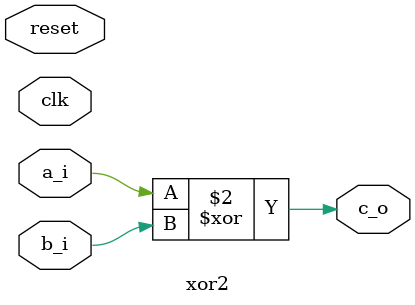
<source format=sv>


module xor2
(
  input  logic [0:0] a_i ,
  input  logic [0:0] b_i ,
  output logic [0:0] c_o ,
  input  logic [0:0] clk ,
  input  logic [0:0] reset 
);

  // PyMTL Update Block Source
  // At /home/vboxuser/Desktop/CSE293-Final-Project/Lab1/Part1/xor2/xor2.py:20
  // @update
  // def xorblk():
  //   # YOUR CODE START
  //   s.c_o @= s.a_i ^ s.b_i
  //   # YOUR CODE END
  
  always_comb begin : xorblk
    c_o = a_i ^ b_i;
  end

endmodule

</source>
